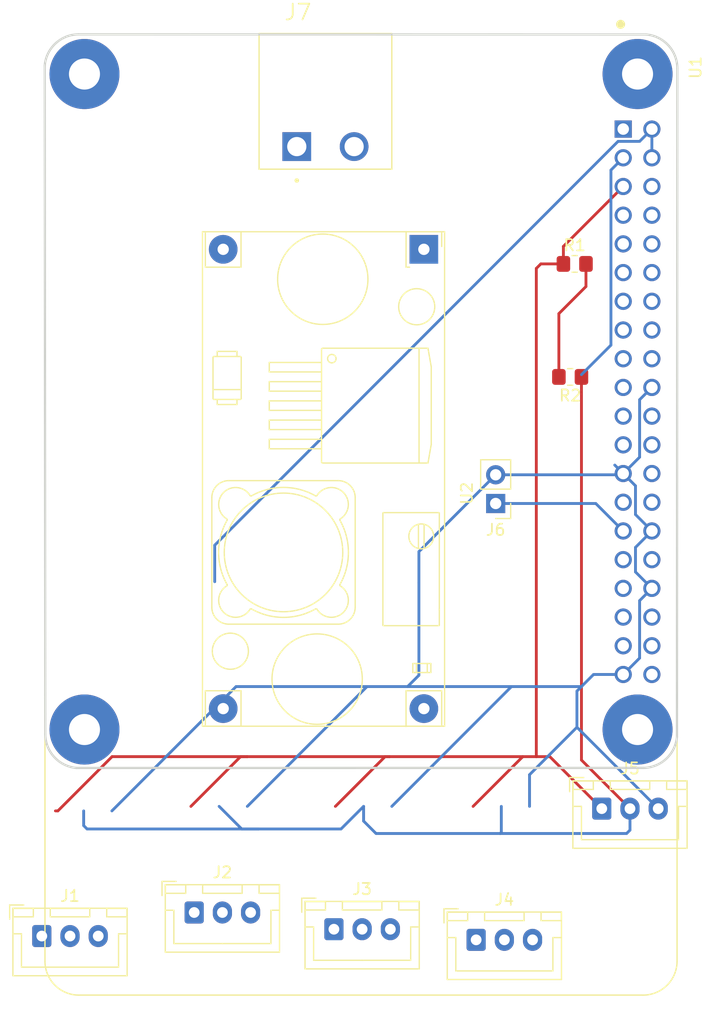
<source format=kicad_pcb>
(kicad_pcb (version 20221018) (generator pcbnew)
  (layers (0 "F.Cu" signal) (31 "B.Cu" signal) (34 "B.Paste" user) (35 "F.Paste" user) (36 "B.SilkS" user "B.Silkscreen") (37 "F.SilkS" user "F.Silkscreen") (38 "B.Mask" user) (39 "F.Mask" user) (44 "Edge.Cuts" user))
  (net 0 "")
  (net 1 "/I2C_CLK")
  (net 2 "/I2C_SDA")
  (net 3 "GND")
  (net 4 "Net-(J7-Pin_1)")
  (net 5 "Net-(J7-Pin_2)")
  (net 23 "Net-(J6-Pin_1)")
  (net 32 "Net-(U2-Vout)")
  (net 34 "+3.3V")
  (footprint "Resistor_SMD:R_0805_2012Metric_Pad1.20x1.40mm_HandSolder" (layer "F.Cu") (at 153.2 48.8)
    (fp_text reference "R1" (at 0 -1.65) (layer "F.SilkS"))
    (fp_text value "R")
    (fp_line (start -0.227064 -0.735) (end 0.227064 -0.735) (stroke (width 0.12)) (layer "F.SilkS"))
    (fp_line (start -0.227064 0.735) (end 0.227064 0.735) (stroke (width 0.12)) (layer "F.SilkS"))
    (pad "1" smd roundrect (at -1 0) (size 1.2 1.4) (layers "F.Cu" "F.Paste" "F.Mask") (roundrect_rratio 0.208333) (net 1 "/I2C_CLK"))
    (pad "2" smd roundrect (at 1 0) (size 1.2 1.4) (layers "F.Cu" "F.Paste" "F.Mask") (roundrect_rratio 0.208333) (net 34 "+3.3V"))
  )
  (footprint "Connector_JST:JST_XH_B3B-XH-A_1x03_P2.50mm_Vertical" (layer "F.Cu") (at 155.6 97)
    (fp_text reference "J5" (at 2.5 -3.55) (layer "F.SilkS"))
    (fp_text value "Conn_01x03")
    (fp_line (start -2.85 -2.75) (end -2.85 -1.5) (stroke (width 0.12)) (layer "F.SilkS"))
    (fp_line (start -2.56 -2.46) (end -2.56 3.51) (stroke (width 0.12)) (layer "F.SilkS"))
    (fp_line (start -2.56 3.51) (end 7.56 3.51) (stroke (width 0.12)) (layer "F.SilkS"))
    (fp_line (start -2.55 -2.45) (end -2.55 -1.7) (stroke (width 0.12)) (layer "F.SilkS"))
    (fp_line (start -2.55 -1.7) (end -0.75 -1.7) (stroke (width 0.12)) (layer "F.SilkS"))
    (fp_line (start -2.55 -0.2) (end -1.8 -0.2) (stroke (width 0.12)) (layer "F.SilkS"))
    (fp_line (start -1.8 -0.2) (end -1.8 2.75) (stroke (width 0.12)) (layer "F.SilkS"))
    (fp_line (start -1.8 2.75) (end 2.5 2.75) (stroke (width 0.12)) (layer "F.SilkS"))
    (fp_line (start -1.6 -2.75) (end -2.85 -2.75) (stroke (width 0.12)) (layer "F.SilkS"))
    (fp_line (start -0.75 -2.45) (end -2.55 -2.45) (stroke (width 0.12)) (layer "F.SilkS"))
    (fp_line (start -0.75 -1.7) (end -0.75 -2.45) (stroke (width 0.12)) (layer "F.SilkS"))
    (fp_line (start 0.75 -2.45) (end 0.75 -1.7) (stroke (width 0.12)) (layer "F.SilkS"))
    (fp_line (start 0.75 -1.7) (end 4.25 -1.7) (stroke (width 0.12)) (layer "F.SilkS"))
    (fp_line (start 4.25 -2.45) (end 0.75 -2.45) (stroke (width 0.12)) (layer "F.SilkS"))
    (fp_line (start 4.25 -1.7) (end 4.25 -2.45) (stroke (width 0.12)) (layer "F.SilkS"))
    (fp_line (start 5.75 -2.45) (end 5.75 -1.7) (stroke (width 0.12)) (layer "F.SilkS"))
    (fp_line (start 5.75 -1.7) (end 7.55 -1.7) (stroke (width 0.12)) (layer "F.SilkS"))
    (fp_line (start 6.8 -0.2) (end 6.8 2.75) (stroke (width 0.12)) (layer "F.SilkS"))
    (fp_line (start 6.8 2.75) (end 2.5 2.75) (stroke (width 0.12)) (layer "F.SilkS"))
    (fp_line (start 7.55 -2.45) (end 5.75 -2.45) (stroke (width 0.12)) (layer "F.SilkS"))
    (fp_line (start 7.55 -1.7) (end 7.55 -2.45) (stroke (width 0.12)) (layer "F.SilkS"))
    (fp_line (start 7.55 -0.2) (end 6.8 -0.2) (stroke (width 0.12)) (layer "F.SilkS"))
    (fp_line (start 7.56 -2.46) (end -2.56 -2.46) (stroke (width 0.12)) (layer "F.SilkS"))
    (fp_line (start 7.56 3.51) (end 7.56 -2.46) (stroke (width 0.12)) (layer "F.SilkS"))
    (pad "1" thru_hole roundrect (at 0 0) (size 1.7 1.95) (drill 0.95) (layers "*.Cu" "*.Mask") (roundrect_rratio 0.147059) (net 1 "/I2C_CLK"))
    (pad "2" thru_hole oval (at 2.5 0) (size 1.7 1.95) (drill 0.95) (layers "*.Cu" "*.Mask") (net 2 "/I2C_SDA"))
    (pad "3" thru_hole oval (at 5 0) (size 1.7 1.95) (drill 0.95) (layers "*.Cu" "*.Mask") (net 3 "GND"))
  )
  (footprint "emprient2:YAAJ_DCDC_StepDown_LM2596" (layer "F.Cu") (at 139.84 47.51 -90)
    (fp_text reference "U2" (at 21.59 -3.81 90) (layer "F.SilkS"))
    (fp_text value "YAAJ_DCDC_StepDown_LM2596")
    (fp_line (start -1.555 -1.835) (end -1.555 19.615) (stroke (width 0.12)) (layer "F.SilkS"))
    (fp_line (start -1.555 19.615) (end 42.195 19.615) (stroke (width 0.12)) (layer "F.SilkS"))
    (fp_line (start -1.55 -1.58) (end -0.25 -1.58) (stroke (width 0.12)) (layer "F.SilkS"))
    (fp_line (start -1.55 1.575) (end 1.58 1.58) (stroke (width 0.12)) (layer "F.SilkS"))
    (fp_line (start -1.55 16.2) (end 1.58 16.2) (stroke (width 0.12)) (layer "F.SilkS"))
    (fp_line (start -1.55 19.36) (end 1.58 19.36) (stroke (width 0.12)) (layer "F.SilkS"))
    (fp_line (start 1.58 1.27) (end 1.58 1.58) (stroke (width 0.12)) (layer "F.SilkS"))
    (fp_line (start 1.58 16.2) (end 1.58 19.36) (stroke (width 0.12)) (layer "F.SilkS"))
    (fp_line (start 8.749233 1.004149) (end 8.749233 1.165687) (stroke (width 0.12)) (layer "F.SilkS"))
    (fp_line (start 8.750233 -0.36239) (end 10.400233 -0.653329) (stroke (width 0.12)) (layer "F.SilkS"))
    (fp_line (start 8.750233 8.989106) (end 8.750233 -0.36239) (stroke (width 0.12)) (layer "F.SilkS"))
    (fp_line (start 8.750233 8.989106) (end 8.827797 9.06667) (stroke (width 0.12)) (layer "F.SilkS"))
    (fp_line (start 8.827797 9.06667) (end 18.83267 9.06667) (stroke (width 0.12)) (layer "F.SilkS"))
    (fp_line (start 9.031636 16.558217) (end 9.481636 16.558217) (stroke (width 0.12)) (layer "F.SilkS"))
    (fp_line (start 9.031636 18.308217) (end 9.031636 16.558217) (stroke (width 0.12)) (layer "F.SilkS"))
    (fp_line (start 9.481636 18.308217) (end 9.031636 18.308217) (stroke (width 0.12)) (layer "F.SilkS"))
    (fp_line (start 9.481636 18.583217) (end 9.481636 16.283217) (stroke (width 0.12)) (layer "F.SilkS"))
    (fp_line (start 9.581636 16.183217) (end 13.181636 16.183217) (stroke (width 0.12)) (layer "F.SilkS"))
    (fp_line (start 10.010233 13.69667) (end 10.010233 9.06667) (stroke (width 0.12)) (layer "F.SilkS"))
    (fp_line (start 10.010233 13.69667) (end 10.850233 13.69667) (stroke (width 0.12)) (layer "F.SilkS"))
    (fp_line (start 10.400233 -0.653329) (end 17.260233 -0.653329) (stroke (width 0.12)) (layer "F.SilkS"))
    (fp_line (start 10.850233 13.69667) (end 10.850233 9.06667) (stroke (width 0.12)) (layer "F.SilkS"))
    (fp_line (start 11.710233 13.69667) (end 11.710233 9.06667) (stroke (width 0.12)) (layer "F.SilkS"))
    (fp_line (start 11.710233 13.69667) (end 12.550233 13.69667) (stroke (width 0.12)) (layer "F.SilkS"))
    (fp_line (start 12.411358 16.283217) (end 12.411358 18.583217) (stroke (width 0.12)) (layer "F.SilkS"))
    (fp_line (start 12.550233 13.69667) (end 12.550233 9.06667) (stroke (width 0.12)) (layer "F.SilkS"))
    (fp_line (start 13.181636 18.683217) (end 9.581636 18.683217) (stroke (width 0.12)) (layer "F.SilkS"))
    (fp_line (start 13.281636 16.283217) (end 13.281636 18.583217) (stroke (width 0.12)) (layer "F.SilkS"))
    (fp_line (start 13.281636 16.558217) (end 13.731636 16.558217) (stroke (width 0.12)) (layer "F.SilkS"))
    (fp_line (start 13.282636 16.794696) (end 13.282636 16.700144) (stroke (width 0.12)) (layer "F.SilkS"))
    (fp_line (start 13.410233 13.69667) (end 13.410233 9.06667) (stroke (width 0.12)) (layer "F.SilkS"))
    (fp_line (start 13.410233 13.69667) (end 14.250233 13.69667) (stroke (width 0.12)) (layer "F.SilkS"))
    (fp_line (start 13.731636 16.558217) (end 13.731636 18.308217) (stroke (width 0.12)) (layer "F.SilkS"))
    (fp_line (start 13.731636 18.308217) (end 13.281636 18.308217) (stroke (width 0.12)) (layer "F.SilkS"))
    (fp_line (start 14.250233 13.69667) (end 14.250233 9.06667) (stroke (width 0.12)) (layer "F.SilkS"))
    (fp_line (start 15.110233 13.69667) (end 15.110233 9.06667) (stroke (width 0.12)) (layer "F.SilkS"))
    (fp_line (start 15.110233 13.69667) (end 15.950233 13.69667) (stroke (width 0.12)) (layer "F.SilkS"))
    (fp_line (start 15.950233 13.69667) (end 15.950233 9.06667) (stroke (width 0.12)) (layer "F.SilkS"))
    (fp_line (start 16.810233 13.69667) (end 16.810233 9.06667) (stroke (width 0.12)) (layer "F.SilkS"))
    (fp_line (start 16.810233 13.69667) (end 17.650233 13.69667) (stroke (width 0.12)) (layer "F.SilkS"))
    (fp_line (start 17.260233 -0.653329) (end 18.910233 -0.36239) (stroke (width 0.12)) (layer "F.SilkS"))
    (fp_line (start 17.650233 13.69667) (end 17.650233 9.06667) (stroke (width 0.12)) (layer "F.SilkS"))
    (fp_line (start 18.83267 9.06667) (end 18.910233 8.989106) (stroke (width 0.12)) (layer "F.SilkS"))
    (fp_line (start 18.910233 0.42667) (end 8.750233 0.42667) (stroke (width 0.12)) (layer "F.SilkS"))
    (fp_line (start 18.910233 8.989106) (end 18.910233 -0.36239) (stroke (width 0.12)) (layer "F.SilkS"))
    (fp_line (start 20.467397 7.585796) (end 20.467397 17.285796) (stroke (width 0.12)) (layer "F.SilkS"))
    (fp_line (start 21.967397 18.785796) (end 31.667397 18.785796) (stroke (width 0.12)) (layer "F.SilkS"))
    (fp_line (start 23.299783 3.582294) (end 23.299783 -1.317705) (stroke (width 0.12)) (layer "F.SilkS"))
    (fp_line (start 23.349783 -1.367705) (end 33.249783 -1.367705) (stroke (width 0.12)) (layer "F.SilkS"))
    (fp_line (start 24.336385 -0.0491) (end 24.360553 -0.017705) (stroke (width 0.12)) (layer "F.SilkS"))
    (fp_line (start 24.348594 0.007294) (end 24.324147 0.002062) (stroke (width 0.12)) (layer "F.SilkS"))
    (fp_line (start 24.348594 0.007294) (end 24.355764 -0.023925) (stroke (width 0.12)) (layer "F.SilkS"))
    (fp_line (start 24.348594 0.007294) (end 24.360553 -0.017705) (stroke (width 0.12)) (layer "F.SilkS"))
    (fp_line (start 24.360553 0.482294) (end 26.439014 0.482294) (stroke (width 0.12)) (layer "F.SilkS"))
    (fp_line (start 26.439014 -0.017705) (end 24.360553 -0.017705) (stroke (width 0.12)) (layer "F.SilkS"))
    (fp_line (start 31.667397 6.085796) (end 21.967397 6.085796) (stroke (width 0.12)) (layer "F.SilkS"))
    (fp_line (start 31.858978 -1.368705) (end 31.814106 -1.368705) (stroke (width 0.12)) (layer "F.SilkS"))
    (fp_line (start 31.942312 -1.368705) (end 31.908357 -1.368705) (stroke (width 0.12)) (layer "F.SilkS"))
    (fp_line (start 33.167397 17.285796) (end 33.167397 7.585796) (stroke (width 0.12)) (layer "F.SilkS"))
    (fp_line (start 33.249783 3.632294) (end 23.349783 3.632294) (stroke (width 0.12)) (layer "F.SilkS"))
    (fp_line (start 33.299783 -1.317705) (end 33.299783 3.582294) (stroke (width 0.12)) (layer "F.SilkS"))
    (fp_line (start 36.648681 -0.299704) (end 37.448681 -0.299704) (stroke (width 0.12)) (layer "F.SilkS"))
    (fp_line (start 36.648681 0.980295) (end 36.648681 -0.619704) (stroke (width 0.12)) (layer "F.SilkS"))
    (fp_line (start 37.448681 -0.619704) (end 36.648681 -0.619704) (stroke (width 0.12)) (layer "F.SilkS"))
    (fp_line (start 37.448681 -0.619704) (end 37.448681 0.980295) (stroke (width 0.12)) (layer "F.SilkS"))
    (fp_line (start 37.448681 0.660295) (end 36.648681 0.660295) (stroke (width 0.12)) (layer "F.SilkS"))
    (fp_line (start 37.448681 0.980295) (end 36.648681 0.980295) (stroke (width 0.12)) (layer "F.SilkS"))
    (fp_line (start 39.06 -1.58) (end 42.175 -1.58) (stroke (width 0.12)) (layer "F.SilkS"))
    (fp_line (start 39.06 1.58) (end 39.06 -1.58) (stroke (width 0.12)) (layer "F.SilkS"))
    (fp_line (start 39.06 1.58) (end 42.22 1.58) (stroke (width 0.12)) (layer "F.SilkS"))
    (fp_line (start 39.06 16.2) (end 42.175 16.2) (stroke (width 0.12)) (layer "F.SilkS"))
    (fp_line (start 39.06 19.36) (end 39.06 16.2) (stroke (width 0.12)) (layer "F.SilkS"))
    (fp_line (start 39.06 19.36) (end 42.175 19.36) (stroke (width 0.12)) (layer "F.SilkS"))
    (fp_line (start 42.195 -1.835) (end -1.555 -1.835) (stroke (width 0.12)) (layer "F.SilkS"))
    (fp_line (start 42.195 19.615) (end 42.195 -1.835) (stroke (width 0.12)) (layer "F.SilkS"))
    (fp_arc (start 9.481636 16.283217) (mid 9.510921 16.212508) (end 9.581636 16.183217) (stroke (width 0.12)) (layer "F.SilkS"))
    (fp_arc (start 9.581636 18.683217) (mid 9.510896 18.653941) (end 9.481636 18.583217) (stroke (width 0.12)) (layer "F.SilkS"))
    (fp_arc (start 13.181636 16.183217) (mid 13.252317 16.21252) (end 13.281636 16.283217) (stroke (width 0.12)) (layer "F.SilkS"))
    (fp_arc (start 13.281636 18.583217) (mid 13.252343 18.653929) (end 13.181636 18.683217) (stroke (width 0.12)) (layer "F.SilkS"))
    (fp_arc (start 20.467397 7.585796) (mid 20.906738 6.525137) (end 21.967397 6.085796) (stroke (width 0.12)) (layer "F.SilkS"))
    (fp_arc (start 21.781131 9.46601) (mid 21.825179 9.52623) (end 21.815218 9.600183) (stroke (width 0.12)) (layer "F.SilkS"))
    (fp_arc (start 21.781132 9.466011) (mid 21.514101 7.132501) (end 23.847611 7.399531) (stroke (width 0.12)) (layer "F.SilkS"))
    (fp_arc (start 21.815217 15.271409) (mid 21.825126 15.345337) (end 21.781132 15.405582) (stroke (width 0.12)) (layer "F.SilkS"))
    (fp_arc (start 21.815218 15.27141) (mid 21.067399 12.435797) (end 21.815218 9.600183) (stroke (width 0.12)) (layer "F.SilkS"))
    (fp_arc (start 21.967397 18.785796) (mid 20.90674 18.346455) (end 20.467397 17.285796) (stroke (width 0.12)) (layer "F.SilkS"))
    (fp_arc (start 23.299783 -1.317705) (mid 23.314428 -1.353063) (end 23.349783 -1.367705) (stroke (width 0.12)) (layer "F.SilkS"))
    (fp_arc (start 23.349783 3.632294) (mid 23.314441 3.617643) (end 23.299783 3.582294) (stroke (width 0.12)) (layer "F.SilkS"))
    (fp_arc (start 23.847611 17.472062) (mid 21.514153 17.739048) (end 21.781132 15.405582) (stroke (width 0.12)) (layer "F.SilkS"))
    (fp_arc (start 23.847611 17.472062) (mid 23.90785 17.428041) (end 23.981783 17.437976) (stroke (width 0.12)) (layer "F.SilkS"))
    (fp_arc (start 23.981783 7.433617) (mid 23.907854 7.443509) (end 23.847611 7.399531) (stroke (width 0.12)) (layer "F.SilkS"))
    (fp_arc (start 23.981784 7.433617) (mid 26.817398 6.685796) (end 29.653011 7.433617) (stroke (width 0.12)) (layer "F.SilkS"))
    (fp_arc (start 24.324148 0.462527) (mid 26.469639 -0.023582) (end 24.336385 0.51369) (stroke (width 0.12)) (layer "F.SilkS"))
    (fp_arc (start 29.653011 17.437976) (mid 26.817397 18.185797) (end 23.981783 17.437976) (stroke (width 0.12)) (layer "F.SilkS"))
    (fp_arc (start 29.653011 17.437976) (mid 29.726938 17.428069) (end 29.787183 17.472062) (stroke (width 0.12)) (layer "F.SilkS"))
    (fp_arc (start 29.787183 7.399531) (mid 29.726945 7.443551) (end 29.653011 7.433617) (stroke (width 0.12)) (layer "F.SilkS"))
    (fp_arc (start 29.787183 7.399531) (mid 32.120655 7.132547) (end 31.853662 9.466011) (stroke (width 0.12)) (layer "F.SilkS"))
    (fp_arc (start 31.667397 6.085796) (mid 32.728061 6.525135) (end 33.167397 7.585796) (stroke (width 0.12)) (layer "F.SilkS"))
    (fp_arc (start 31.819576 9.600183) (mid 32.567399 12.435797) (end 31.819576 15.27141) (stroke (width 0.12)) (layer "F.SilkS"))
    (fp_arc (start 31.819577 9.600184) (mid 31.809685 9.526255) (end 31.853662 9.466011) (stroke (width 0.12)) (layer "F.SilkS"))
    (fp_arc (start 31.853662 15.405582) (mid 32.120701 17.739101) (end 29.787183 17.472062) (stroke (width 0.12)) (layer "F.SilkS"))
    (fp_arc (start 31.853663 15.405583) (mid 31.809646 15.345344) (end 31.819576 15.27141) (stroke (width 0.12)) (layer "F.SilkS"))
    (fp_arc (start 33.167397 17.285796) (mid 32.728058 18.346458) (end 31.667397 18.785796) (stroke (width 0.12)) (layer "F.SilkS"))
    (fp_arc (start 33.249783 -1.367705) (mid 33.285151 -1.353067) (end 33.299783 -1.317705) (stroke (width 0.12)) (layer "F.SilkS"))
    (fp_arc (start 33.299783 3.582294) (mid 33.285139 3.617647) (end 33.249783 3.632294) (stroke (width 0.12)) (layer "F.SilkS"))
    (fp_circle (center 2.646666 8.957418) (end 6.646666 8.957418) (stroke (width 0.12)) (fill none) (layer "F.SilkS"))
    (fp_circle (center 5.08 0.635) (end 6.678999 0.635) (stroke (width 0.12)) (fill none) (layer "F.SilkS"))
    (fp_circle (center 9.673179 8.154594) (end 10.048179 8.154594) (stroke (width 0.12)) (fill none) (layer "F.SilkS"))
    (fp_circle (center 26.817397 12.435796) (end 32.067397 12.435796) (stroke (width 0.12)) (fill none) (layer "F.SilkS"))
    (fp_circle (center 35.56 17.145) (end 37.159 17.145) (stroke (width 0.12)) (fill none) (layer "F.SilkS"))
    (fp_circle (center 38.029307 9.455206) (end 42.029307 9.455206) (stroke (width 0.12)) (fill none) (layer "F.SilkS"))
    (pad "1" thru_hole rect (at 0 0 270) (size 2.54 2.54) (drill 1) (layers "*.Cu" "*.Mask") (net 4 "Net-(J7-Pin_1)"))
    (pad "2" thru_hole circle (at 0 17.78 270) (size 2.54 2.54) (drill 1) (layers "*.Cu" "*.Mask") (net 5 "Net-(J7-Pin_2)"))
    (pad "3" thru_hole circle (at 40.64 17.78 270) (size 2.54 2.54) (drill 1) (layers "*.Cu" "*.Mask") (net 3 "GND"))
    (pad "4" thru_hole circle (at 40.64 0 270) (size 2.54 2.54) (drill 1) (layers "*.Cu" "*.Mask") (net 32 "Net-(U2-Vout)"))
  )
  (footprint "Connector_JST:JST_XH_B3B-XH-A_1x03_P2.50mm_Vertical" (layer "F.Cu") (at 119.49 106.19)
    (fp_text reference "J2" (at 2.5 -3.55) (layer "F.SilkS"))
    (fp_text value "Conn_01x03")
    (fp_line (start -2.85 -2.75) (end -2.85 -1.5) (stroke (width 0.12)) (layer "F.SilkS"))
    (fp_line (start -2.56 -2.46) (end -2.56 3.51) (stroke (width 0.12)) (layer "F.SilkS"))
    (fp_line (start -2.56 3.51) (end 7.56 3.51) (stroke (width 0.12)) (layer "F.SilkS"))
    (fp_line (start -2.55 -2.45) (end -2.55 -1.7) (stroke (width 0.12)) (layer "F.SilkS"))
    (fp_line (start -2.55 -1.7) (end -0.75 -1.7) (stroke (width 0.12)) (layer "F.SilkS"))
    (fp_line (start -2.55 -0.2) (end -1.8 -0.2) (stroke (width 0.12)) (layer "F.SilkS"))
    (fp_line (start -1.8 -0.2) (end -1.8 2.75) (stroke (width 0.12)) (layer "F.SilkS"))
    (fp_line (start -1.8 2.75) (end 2.5 2.75) (stroke (width 0.12)) (layer "F.SilkS"))
    (fp_line (start -1.6 -2.75) (end -2.85 -2.75) (stroke (width 0.12)) (layer "F.SilkS"))
    (fp_line (start -0.75 -2.45) (end -2.55 -2.45) (stroke (width 0.12)) (layer "F.SilkS"))
    (fp_line (start -0.75 -1.7) (end -0.75 -2.45) (stroke (width 0.12)) (layer "F.SilkS"))
    (fp_line (start 0.75 -2.45) (end 0.75 -1.7) (stroke (width 0.12)) (layer "F.SilkS"))
    (fp_line (start 0.75 -1.7) (end 4.25 -1.7) (stroke (width 0.12)) (layer "F.SilkS"))
    (fp_line (start 4.25 -2.45) (end 0.75 -2.45) (stroke (width 0.12)) (layer "F.SilkS"))
    (fp_line (start 4.25 -1.7) (end 4.25 -2.45) (stroke (width 0.12)) (layer "F.SilkS"))
    (fp_line (start 5.75 -2.45) (end 5.75 -1.7) (stroke (width 0.12)) (layer "F.SilkS"))
    (fp_line (start 5.75 -1.7) (end 7.55 -1.7) (stroke (width 0.12)) (layer "F.SilkS"))
    (fp_line (start 6.8 -0.2) (end 6.8 2.75) (stroke (width 0.12)) (layer "F.SilkS"))
    (fp_line (start 6.8 2.75) (end 2.5 2.75) (stroke (width 0.12)) (layer "F.SilkS"))
    (fp_line (start 7.55 -2.45) (end 5.75 -2.45) (stroke (width 0.12)) (layer "F.SilkS"))
    (fp_line (start 7.55 -1.7) (end 7.55 -2.45) (stroke (width 0.12)) (layer "F.SilkS"))
    (fp_line (start 7.55 -0.2) (end 6.8 -0.2) (stroke (width 0.12)) (layer "F.SilkS"))
    (fp_line (start 7.56 -2.46) (end -2.56 -2.46) (stroke (width 0.12)) (layer "F.SilkS"))
    (fp_line (start 7.56 3.51) (end 7.56 -2.46) (stroke (width 0.12)) (layer "F.SilkS"))
    (pad "1" thru_hole roundrect (at 0 0) (size 1.7 1.95) (drill 0.95) (layers "*.Cu" "*.Mask") (roundrect_rratio 0.147059) (net 1 "/I2C_CLK"))
    (pad "2" thru_hole oval (at 2.5 0) (size 1.7 1.95) (drill 0.95) (layers "*.Cu" "*.Mask") (net 2 "/I2C_SDA"))
    (pad "3" thru_hole oval (at 5 0) (size 1.7 1.95) (drill 0.95) (layers "*.Cu" "*.Mask") (net 3 "GND"))
  )
  (footprint "Resistor_SMD:R_0805_2012Metric_Pad1.20x1.40mm_HandSolder" (layer "F.Cu") (at 152.8 58.8 180)
    (fp_text reference "R2" (at 0 -1.65) (layer "F.SilkS"))
    (fp_text value "R")
    (fp_line (start -0.227064 -0.735) (end 0.227064 -0.735) (stroke (width 0.12)) (layer "F.SilkS"))
    (fp_line (start -0.227064 0.735) (end 0.227064 0.735) (stroke (width 0.12)) (layer "F.SilkS"))
    (pad "1" smd roundrect (at -1 0 180) (size 1.2 1.4) (layers "F.Cu" "F.Paste" "F.Mask") (roundrect_rratio 0.208333) (net 2 "/I2C_SDA"))
    (pad "2" smd roundrect (at 1 0 180) (size 1.2 1.4) (layers "F.Cu" "F.Paste" "F.Mask") (roundrect_rratio 0.208333) (net 34 "+3.3V"))
  )
  (footprint "Connector_JST:JST_XH_B3B-XH-A_1x03_P2.50mm_Vertical" (layer "F.Cu") (at 144.47 108.61)
    (fp_text reference "J4" (at 2.5 -3.55) (layer "F.SilkS"))
    (fp_text value "Conn_01x03")
    (fp_line (start -2.85 -2.75) (end -2.85 -1.5) (stroke (width 0.12)) (layer "F.SilkS"))
    (fp_line (start -2.56 -2.46) (end -2.56 3.51) (stroke (width 0.12)) (layer "F.SilkS"))
    (fp_line (start -2.56 3.51) (end 7.56 3.51) (stroke (width 0.12)) (layer "F.SilkS"))
    (fp_line (start -2.55 -2.45) (end -2.55 -1.7) (stroke (width 0.12)) (layer "F.SilkS"))
    (fp_line (start -2.55 -1.7) (end -0.75 -1.7) (stroke (width 0.12)) (layer "F.SilkS"))
    (fp_line (start -2.55 -0.2) (end -1.8 -0.2) (stroke (width 0.12)) (layer "F.SilkS"))
    (fp_line (start -1.8 -0.2) (end -1.8 2.75) (stroke (width 0.12)) (layer "F.SilkS"))
    (fp_line (start -1.8 2.75) (end 2.5 2.75) (stroke (width 0.12)) (layer "F.SilkS"))
    (fp_line (start -1.6 -2.75) (end -2.85 -2.75) (stroke (width 0.12)) (layer "F.SilkS"))
    (fp_line (start -0.75 -2.45) (end -2.55 -2.45) (stroke (width 0.12)) (layer "F.SilkS"))
    (fp_line (start -0.75 -1.7) (end -0.75 -2.45) (stroke (width 0.12)) (layer "F.SilkS"))
    (fp_line (start 0.75 -2.45) (end 0.75 -1.7) (stroke (width 0.12)) (layer "F.SilkS"))
    (fp_line (start 0.75 -1.7) (end 4.25 -1.7) (stroke (width 0.12)) (layer "F.SilkS"))
    (fp_line (start 4.25 -2.45) (end 0.75 -2.45) (stroke (width 0.12)) (layer "F.SilkS"))
    (fp_line (start 4.25 -1.7) (end 4.25 -2.45) (stroke (width 0.12)) (layer "F.SilkS"))
    (fp_line (start 5.75 -2.45) (end 5.75 -1.7) (stroke (width 0.12)) (layer "F.SilkS"))
    (fp_line (start 5.75 -1.7) (end 7.55 -1.7) (stroke (width 0.12)) (layer "F.SilkS"))
    (fp_line (start 6.8 -0.2) (end 6.8 2.75) (stroke (width 0.12)) (layer "F.SilkS"))
    (fp_line (start 6.8 2.75) (end 2.5 2.75) (stroke (width 0.12)) (layer "F.SilkS"))
    (fp_line (start 7.55 -2.45) (end 5.75 -2.45) (stroke (width 0.12)) (layer "F.SilkS"))
    (fp_line (start 7.55 -1.7) (end 7.55 -2.45) (stroke (width 0.12)) (layer "F.SilkS"))
    (fp_line (start 7.55 -0.2) (end 6.8 -0.2) (stroke (width 0.12)) (layer "F.SilkS"))
    (fp_line (start 7.56 -2.46) (end -2.56 -2.46) (stroke (width 0.12)) (layer "F.SilkS"))
    (fp_line (start 7.56 3.51) (end 7.56 -2.46) (stroke (width 0.12)) (layer "F.SilkS"))
    (pad "1" thru_hole roundrect (at 0 0) (size 1.7 1.95) (drill 0.95) (layers "*.Cu" "*.Mask") (roundrect_rratio 0.147059) (net 1 "/I2C_CLK"))
    (pad "2" thru_hole oval (at 2.5 0) (size 1.7 1.95) (drill 0.95) (layers "*.Cu" "*.Mask") (net 2 "/I2C_SDA"))
    (pad "3" thru_hole oval (at 5 0) (size 1.7 1.95) (drill 0.95) (layers "*.Cu" "*.Mask") (net 3 "GND"))
  )
  (footprint "Connector_JST:JST_XH_B3B-XH-A_1x03_P2.50mm_Vertical" (layer "F.Cu") (at 105.99 108.275)
    (fp_text reference "J1" (at 2.5 -3.55) (layer "F.SilkS"))
    (fp_text value "Conn_01x03")
    (fp_line (start -2.85 -2.75) (end -2.85 -1.5) (stroke (width 0.12)) (layer "F.SilkS"))
    (fp_line (start -2.56 -2.46) (end -2.56 3.51) (stroke (width 0.12)) (layer "F.SilkS"))
    (fp_line (start -2.56 3.51) (end 7.56 3.51) (stroke (width 0.12)) (layer "F.SilkS"))
    (fp_line (start -2.55 -2.45) (end -2.55 -1.7) (stroke (width 0.12)) (layer "F.SilkS"))
    (fp_line (start -2.55 -1.7) (end -0.75 -1.7) (stroke (width 0.12)) (layer "F.SilkS"))
    (fp_line (start -2.55 -0.2) (end -1.8 -0.2) (stroke (width 0.12)) (layer "F.SilkS"))
    (fp_line (start -1.8 -0.2) (end -1.8 2.75) (stroke (width 0.12)) (layer "F.SilkS"))
    (fp_line (start -1.8 2.75) (end 2.5 2.75) (stroke (width 0.12)) (layer "F.SilkS"))
    (fp_line (start -1.6 -2.75) (end -2.85 -2.75) (stroke (width 0.12)) (layer "F.SilkS"))
    (fp_line (start -0.75 -2.45) (end -2.55 -2.45) (stroke (width 0.12)) (layer "F.SilkS"))
    (fp_line (start -0.75 -1.7) (end -0.75 -2.45) (stroke (width 0.12)) (layer "F.SilkS"))
    (fp_line (start 0.75 -2.45) (end 0.75 -1.7) (stroke (width 0.12)) (layer "F.SilkS"))
    (fp_line (start 0.75 -1.7) (end 4.25 -1.7) (stroke (width 0.12)) (layer "F.SilkS"))
    (fp_line (start 4.25 -2.45) (end 0.75 -2.45) (stroke (width 0.12)) (layer "F.SilkS"))
    (fp_line (start 4.25 -1.7) (end 4.25 -2.45) (stroke (width 0.12)) (layer "F.SilkS"))
    (fp_line (start 5.75 -2.45) (end 5.75 -1.7) (stroke (width 0.12)) (layer "F.SilkS"))
    (fp_line (start 5.75 -1.7) (end 7.55 -1.7) (stroke (width 0.12)) (layer "F.SilkS"))
    (fp_line (start 6.8 -0.2) (end 6.8 2.75) (stroke (width 0.12)) (layer "F.SilkS"))
    (fp_line (start 6.8 2.75) (end 2.5 2.75) (stroke (width 0.12)) (layer "F.SilkS"))
    (fp_line (start 7.55 -2.45) (end 5.75 -2.45) (stroke (width 0.12)) (layer "F.SilkS"))
    (fp_line (start 7.55 -1.7) (end 7.55 -2.45) (stroke (width 0.12)) (layer "F.SilkS"))
    (fp_line (start 7.55 -0.2) (end 6.8 -0.2) (stroke (width 0.12)) (layer "F.SilkS"))
    (fp_line (start 7.56 -2.46) (end -2.56 -2.46) (stroke (width 0.12)) (layer "F.SilkS"))
    (fp_line (start 7.56 3.51) (end 7.56 -2.46) (stroke (width 0.12)) (layer "F.SilkS"))
    (pad "1" thru_hole roundrect (at 0 0) (size 1.7 1.95) (drill 0.95) (layers "*.Cu" "*.Mask") (roundrect_rratio 0.147059) (net 1 "/I2C_CLK"))
    (pad "2" thru_hole oval (at 2.5 0) (size 1.7 1.95) (drill 0.95) (layers "*.Cu" "*.Mask") (net 2 "/I2C_SDA"))
    (pad "3" thru_hole oval (at 5 0) (size 1.7 1.95) (drill 0.95) (layers "*.Cu" "*.Mask") (net 3 "GND"))
  )
  (footprint "emprient:MODULE_RASPBERRY_PI_3_MODEL_B_" (layer "F.Cu") (at 134.27 71 -90)
    (fp_text reference "U1" (at -39.575 -29.635 90) (layer "F.SilkS"))
    (fp_text value "RASPBERRY_PI_3_MODEL_B_")
    (fp_line (start -42.5 -25) (end -42.5 25) (stroke (width 0.127)) (layer "F.SilkS"))
    (fp_line (start -39.5 28) (end 39.5 28) (stroke (width 0.127)) (layer "F.SilkS"))
    (fp_line (start 39.5 -28) (end -39.5 -28) (stroke (width 0.127)) (layer "F.SilkS"))
    (fp_line (start 42.5 25) (end 42.5 -25) (stroke (width 0.127)) (layer "F.SilkS"))
    (fp_arc (start -42.5 -25) (mid -41.62132 -27.12132) (end -39.5 -28) (stroke (width 0.127)) (layer "F.SilkS"))
    (fp_arc (start -39.5 28) (mid -41.62132 27.12132) (end -42.5 25) (stroke (width 0.127)) (layer "F.SilkS"))
    (fp_arc (start 39.5 -28) (mid 41.62132 -27.12132) (end 42.5 -25) (stroke (width 0.127)) (layer "F.SilkS"))
    (fp_arc (start 42.5 25) (mid 41.62132 27.12132) (end 39.5 28) (stroke (width 0.127)) (layer "F.SilkS"))
    (fp_circle (center -43.4 -23) (end -43.2 -23) (stroke (width 0.4)) (fill none) (layer "F.SilkS"))
    (pad "1" thru_hole rect (at -34.13 -23.23 270) (size 1.524 1.524) (drill 1.016) (layers "*.Cu" "*.Mask") (net 34 "+3.3V"))
    (pad "2" thru_hole circle (at -34.13 -25.77 270) (size 1.524 1.524) (drill 1.016) (layers "*.Cu" "*.Mask") (net 32 "Net-(U2-Vout)"))
    (pad "3" thru_hole circle (at -31.59 -23.23 270) (size 1.524 1.524) (drill 1.016) (layers "*.Cu" "*.Mask") (net 2 "/I2C_SDA"))
    (pad "4" thru_hole circle (at -31.59 -25.77 270) (size 1.524 1.524) (drill 1.016) (layers "*.Cu" "*.Mask") (net 32 "Net-(U2-Vout)"))
    (pad "5" thru_hole circle (at -29.05 -23.23 270) (size 1.524 1.524) (drill 1.016) (layers "*.Cu" "*.Mask") (net 1 "/I2C_CLK"))
    (pad "6" thru_hole circle (at -29.05 -25.77 270) (size 1.524 1.524) (drill 1.016) (layers "*.Cu" "*.Mask") (net 3 "GND"))
    (pad "7" thru_hole circle (at -26.51 -23.23 270) (size 1.524 1.524) (drill 1.016) (layers "*.Cu" "*.Mask"))
    (pad "8" thru_hole circle (at -26.51 -25.77 270) (size 1.524 1.524) (drill 1.016) (layers "*.Cu" "*.Mask"))
    (pad "9" thru_hole circle (at -23.97 -23.23 270) (size 1.524 1.524) (drill 1.016) (layers "*.Cu" "*.Mask") (net 3 "GND"))
    (pad "10" thru_hole circle (at -23.97 -25.77 270) (size 1.524 1.524) (drill 1.016) (layers "*.Cu" "*.Mask"))
    (pad "11" thru_hole circle (at -21.43 -23.23 270) (size 1.524 1.524) (drill 1.016) (layers "*.Cu" "*.Mask"))
    (pad "12" thru_hole circle (at -21.43 -25.77 270) (size 1.524 1.524) (drill 1.016) (layers "*.Cu" "*.Mask"))
    (pad "13" thru_hole circle (at -18.89 -23.23 270) (size 1.524 1.524) (drill 1.016) (layers "*.Cu" "*.Mask"))
    (pad "14" thru_hole circle (at -18.89 -25.77 270) (size 1.524 1.524) (drill 1.016) (layers "*.Cu" "*.Mask") (net 3 "GND"))
    (pad "15" thru_hole circle (at -16.35 -23.23 270) (size 1.524 1.524) (drill 1.016) (layers "*.Cu" "*.Mask"))
    (pad "16" thru_hole circle (at -16.35 -25.77 270) (size 1.524 1.524) (drill 1.016) (layers "*.Cu" "*.Mask"))
    (pad "17" thru_hole circle (at -13.81 -23.23 270) (size 1.524 1.524) (drill 1.016) (layers "*.Cu" "*.Mask") (net 34 "+3.3V"))
    (pad "18" thru_hole circle (at -13.81 -25.77 270) (size 1.524 1.524) (drill 1.016) (layers "*.Cu" "*.Mask"))
    (pad "19" thru_hole circle (at -11.27 -23.23 270) (size 1.524 1.524) (drill 1.016) (layers "*.Cu" "*.Mask"))
    (pad "20" thru_hole circle (at -11.27 -25.77 270) (size 1.524 1.524) (drill 1.016) (layers "*.Cu" "*.Mask") (net 3 "GND"))
    (pad "21" thru_hole circle (at -8.73 -23.23 270) (size 1.524 1.524) (drill 1.016) (layers "*.Cu" "*.Mask"))
    (pad "22" thru_hole circle (at -8.73 -25.77 270) (size 1.524 1.524) (drill 1.016) (layers "*.Cu" "*.Mask"))
    (pad "23" thru_hole circle (at -6.19 -23.23 270) (size 1.524 1.524) (drill 1.016) (layers "*.Cu" "*.Mask"))
    (pad "24" thru_hole circle (at -6.19 -25.77 270) (size 1.524 1.524) (drill 1.016) (layers "*.Cu" "*.Mask"))
    (pad "25" thru_hole circle (at -3.65 -23.23 270) (size 1.524 1.524) (drill 1.016) (layers "*.Cu" "*.Mask") (net 3 "GND"))
    (pad "26" thru_hole circle (at -3.65 -25.77 270) (size 1.524 1.524) (drill 1.016) (layers "*.Cu" "*.Mask"))
    (pad "27" thru_hole circle (at -1.11 -23.23 270) (size 1.524 1.524) (drill 1.016) (layers "*.Cu" "*.Mask"))
    (pad "28" thru_hole circle (at -1.11 -25.77 270) (size 1.524 1.524) (drill 1.016) (layers "*.Cu" "*.Mask"))
    (pad "29" thru_hole circle (at 1.43 -23.23 270) (size 1.524 1.524) (drill 1.016) (layers "*.Cu" "*.Mask") (net 23 "Net-(J6-Pin_1)"))
    (pad "30" thru_hole circle (at 1.43 -25.77 270) (size 1.524 1.524) (drill 1.016) (layers "*.Cu" "*.Mask") (net 3 "GND"))
    (pad "31" thru_hole circle (at 3.97 -23.23 270) (size 1.524 1.524) (drill 1.016) (layers "*.Cu" "*.Mask"))
    (pad "32" thru_hole circle (at 3.97 -25.77 270) (size 1.524 1.524) (drill 1.016) (layers "*.Cu" "*.Mask"))
    (pad "33" thru_hole circle (at 6.51 -23.23 270) (size 1.524 1.524) (drill 1.016) (layers "*.Cu" "*.Mask"))
    (pad "34" thru_hole circle (at 6.51 -25.77 270) (size 1.524 1.524) (drill 1.016) (layers "*.Cu" "*.Mask") (net 3 "GND"))
    (pad "35" thru_hole circle (at 9.05 -23.23 270) (size 1.524 1.524) (drill 1.016) (layers "*.Cu" "*.Mask"))
    (pad "36" thru_hole circle (at 9.05 -25.77 270) (size 1.524 1.524) (drill 1.016) (layers "*.Cu" "*.Mask"))
    (pad "37" thru_hole circle (at 11.59 -23.23 270) (size 1.524 1.524) (drill 1.016) (layers "*.Cu" "*.Mask"))
    (pad "38" thru_hole circle (at 11.59 -25.77 270) (size 1.524 1.524) (drill 1.016) (layers "*.Cu" "*.Mask"))
    (pad "39" thru_hole circle (at 14.13 -23.23 270) (size 1.524 1.524) (drill 1.016) (layers "*.Cu" "*.Mask") (net 3 "GND"))
    (pad "40" thru_hole circle (at 14.13 -25.77 270) (size 1.524 1.524) (drill 1.016) (layers "*.Cu" "*.Mask"))
    (pad "S1" thru_hole circle (at -39 -24.5 270) (size 6.2 6.2) (drill 2.75) (layers "*.Cu" "*.Mask"))
    (pad "S2" thru_hole circle (at 19 -24.5 270) (size 6.2 6.2) (drill 2.75) (layers "*.Cu" "*.Mask"))
    (pad "S3" thru_hole circle (at 19 24.5 270) (size 6.2 6.2) (drill 2.75) (layers "*.Cu" "*.Mask"))
    (pad "S4" thru_hole circle (at -39 24.5 270) (size 6.2 6.2) (drill 2.75) (layers "*.Cu" "*.Mask"))
  )
  (footprint "Connector_JST:JST_XH_B3B-XH-A_1x03_P2.50mm_Vertical" (layer "F.Cu") (at 131.87 107.67)
    (fp_text reference "J3" (at 2.5 -3.55) (layer "F.SilkS"))
    (fp_text value "Conn_01x03")
    (fp_line (start -2.85 -2.75) (end -2.85 -1.5) (stroke (width 0.12)) (layer "F.SilkS"))
    (fp_line (start -2.56 -2.46) (end -2.56 3.51) (stroke (width 0.12)) (layer "F.SilkS"))
    (fp_line (start -2.56 3.51) (end 7.56 3.51) (stroke (width 0.12)) (layer "F.SilkS"))
    (fp_line (start -2.55 -2.45) (end -2.55 -1.7) (stroke (width 0.12)) (layer "F.SilkS"))
    (fp_line (start -2.55 -1.7) (end -0.75 -1.7) (stroke (width 0.12)) (layer "F.SilkS"))
    (fp_line (start -2.55 -0.2) (end -1.8 -0.2) (stroke (width 0.12)) (layer "F.SilkS"))
    (fp_line (start -1.8 -0.2) (end -1.8 2.75) (stroke (width 0.12)) (layer "F.SilkS"))
    (fp_line (start -1.8 2.75) (end 2.5 2.75) (stroke (width 0.12)) (layer "F.SilkS"))
    (fp_line (start -1.6 -2.75) (end -2.85 -2.75) (stroke (width 0.12)) (layer "F.SilkS"))
    (fp_line (start -0.75 -2.45) (end -2.55 -2.45) (stroke (width 0.12)) (layer "F.SilkS"))
    (fp_line (start -0.75 -1.7) (end -0.75 -2.45) (stroke (width 0.12)) (layer "F.SilkS"))
    (fp_line (start 0.75 -2.45) (end 0.75 -1.7) (stroke (width 0.12)) (layer "F.SilkS"))
    (fp_line (start 0.75 -1.7) (end 4.25 -1.7) (stroke (width 0.12)) (layer "F.SilkS"))
    (fp_line (start 4.25 -2.45) (end 0.75 -2.45) (stroke (width 0.12)) (layer "F.SilkS"))
    (fp_line (start 4.25 -1.7) (end 4.25 -2.45) (stroke (width 0.12)) (layer "F.SilkS"))
    (fp_line (start 5.75 -2.45) (end 5.75 -1.7) (stroke (width 0.12)) (layer "F.SilkS"))
    (fp_line (start 5.75 -1.7) (end 7.55 -1.7) (stroke (width 0.12)) (layer "F.SilkS"))
    (fp_line (start 6.8 -0.2) (end 6.8 2.75) (stroke (width 0.12)) (layer "F.SilkS"))
    (fp_line (start 6.8 2.75) (end 2.5 2.75) (stroke (width 0.12)) (layer "F.SilkS"))
    (fp_line (start 7.55 -2.45) (end 5.75 -2.45) (stroke (width 0.12)) (layer "F.SilkS"))
    (fp_line (start 7.55 -1.7) (end 7.55 -2.45) (stroke (width 0.12)) (layer "F.SilkS"))
    (fp_line (start 7.55 -0.2) (end 6.8 -0.2) (stroke (width 0.12)) (layer "F.SilkS"))
    (fp_line (start 7.56 -2.46) (end -2.56 -2.46) (stroke (width 0.12)) (layer "F.SilkS"))
    (fp_line (start 7.56 3.51) (end 7.56 -2.46) (stroke (width 0.12)) (layer "F.SilkS"))
    (pad "1" thru_hole roundrect (at 0 0) (size 1.7 1.95) (drill 0.95) (layers "*.Cu" "*.Mask") (roundrect_rratio 0.147059) (net 1 "/I2C_CLK"))
    (pad "2" thru_hole oval (at 2.5 0) (size 1.7 1.95) (drill 0.95) (layers "*.Cu" "*.Mask") (net 2 "/I2C_SDA"))
    (pad "3" thru_hole oval (at 5 0) (size 1.7 1.95) (drill 0.95) (layers "*.Cu" "*.Mask") (net 3 "GND"))
  )
  (footprint "Connector_PinHeader_2.54mm:PinHeader_1x02_P2.54mm_Vertical" (layer "F.Cu") (at 146.2 70 180)
    (fp_text reference "J6" (at 0 -2.33) (layer "F.SilkS"))
    (fp_text value "Conn_01x02_Socket")
    (fp_line (start -1.33 -1.33) (end 0 -1.33) (stroke (width 0.12)) (layer "F.SilkS"))
    (fp_line (start -1.33 0) (end -1.33 -1.33) (stroke (width 0.12)) (layer "F.SilkS"))
    (fp_line (start -1.33 1.27) (end -1.33 3.87) (stroke (width 0.12)) (layer "F.SilkS"))
    (fp_line (start -1.33 1.27) (end 1.33 1.27) (stroke (width 0.12)) (layer "F.SilkS"))
    (fp_line (start -1.33 3.87) (end 1.33 3.87) (stroke (width 0.12)) (layer "F.SilkS"))
    (fp_line (start 1.33 1.27) (end 1.33 3.87) (stroke (width 0.12)) (layer "F.SilkS"))
    (pad "1" thru_hole rect (at 0 0 180) (size 1.7 1.7) (drill 1) (layers "*.Cu" "*.Mask") (net 23 "Net-(J6-Pin_1)"))
    (pad "2" thru_hole oval (at 0 2.54 180) (size 1.7 1.7) (drill 1) (layers "*.Cu" "*.Mask") (net 3 "GND"))
  )
  (footprint "TerminalBlockBend:CUI_TBP01R1-508-02BE" (layer "F.Cu") (at 128.58 38.42)
    (fp_text reference "J7" (at 0.105 -11.889) (layer "F.SilkS") (effects (font (size 1.4 1.4))))
    (fp_text value "Screw_Terminal_01x02")
    (fp_line (start -3.34 -10) (end 8.42 -10) (stroke (width 0.127)) (layer "F.SilkS"))
    (fp_line (start -3.34 2) (end -3.34 -10) (stroke (width 0.127)) (layer "F.SilkS"))
    (fp_line (start 8.42 -10) (end 8.42 2) (stroke (width 0.127)) (layer "F.SilkS"))
    (fp_line (start 8.42 2) (end -3.34 2) (stroke (width 0.127)) (layer "F.SilkS"))
    (fp_circle (center 0 3) (end 0.1 3) (stroke (width 0.2)) (fill none) (layer "F.SilkS"))
    (pad "1" thru_hole rect (at 0 0) (size 2.55 2.55) (drill 1.7) (layers "*.Cu" "*.Mask") (net 4 "Net-(J7-Pin_1)"))
    (pad "2" thru_hole circle (at 5.08 0) (size 2.55 2.55) (drill 1.7) (layers "*.Cu" "*.Mask") (net 5 "Net-(J7-Pin_2)"))
  )
  (gr_arc (start 159.534702 28.5) (mid 161.5 29.461631) (end 162.2951 31.499999) (stroke (width 0.2)) (layer "Edge.Cuts"))
  (gr_line (start 162.2951 31.499999) (end 162.26163 90.634702) (stroke (width 0.2)) (layer "Edge.Cuts"))
  (gr_line (start 106.3 90.4) (end 106.250001 31.25) (stroke (width 0.2)) (layer "Edge.Cuts"))
  (gr_line (start 109.25 28.489602) (end 159.534702 28.5) (stroke (width 0.2)) (layer "Edge.Cuts"))
  (gr_arc (start 106.250001 31.25) (mid 107.211631 29.284702) (end 109.25 28.489602) (stroke (width 0.2)) (layer "Edge.Cuts"))
  (gr_line (start 159.261631 93.3951) (end 109.060398 93.399999) (stroke (width 0.2)) (layer "Edge.Cuts"))
  (gr_arc (start 162.26163 90.634702) (mid 161.299999 92.6) (end 159.261631 93.3951) (stroke (width 0.2)) (layer "Edge.Cuts"))
  (gr_arc (start 109.060398 93.399999) (mid 107.0951 92.438368) (end 106.3 90.4) (stroke (width 0.2)) (layer "Edge.Cuts"))
  (segment (start 132 96.8) (end 136.4 92.4) (width 0.25) (layer "F.Cu") (net 1))
  (segment (start 157.5 41.95) (end 152.2 47.25) (width 0.25) (layer "F.Cu") (net 1))
  (segment (start 112.213682 92.4) (end 124.2 92.4) (width 0.25) (layer "F.Cu") (net 1))
  (segment (start 124.2 92.4) (end 136.8 92.4) (width 0.25) (layer "F.Cu") (net 1))
  (segment (start 107.2 97.2) (end 107.413682 97.2) (width 0.25) (layer "F.Cu") (net 1))
  (segment (start 107.413682 97.2) (end 112.213682 92.4) (width 0.25) (layer "F.Cu") (net 1))
  (segment (start 148.6 92.4) (end 144.2 96.8) (width 0.25) (layer "F.Cu") (net 1))
  (segment (start 149.8 92.4) (end 148.6 92.4) (width 0.25) (layer "F.Cu") (net 1))
  (segment (start 151 92.4) (end 155.6 97) (width 0.25) (layer "F.Cu") (net 1))
  (segment (start 150.2 48.8) (end 149.8 49.2) (width 0.25) (layer "F.Cu") (net 1))
  (segment (start 123.6 92.4) (end 124.2 92.4) (width 0.25) (layer "F.Cu") (net 1))
  (segment (start 136.8 92.4) (end 148.6 92.4) (width 0.25) (layer "F.Cu") (net 1))
  (segment (start 119.2 96.8) (end 123.6 92.4) (width 0.25) (layer "F.Cu") (net 1))
  (segment (start 152.2 48.8) (end 150.2 48.8) (width 0.25) (layer "F.Cu") (net 1))
  (segment (start 149.8 49.2) (end 149.8 92.4) (width 0.25) (layer "F.Cu") (net 1))
  (segment (start 152.2 47.25) (end 152.2 48.8) (width 0.25) (layer "F.Cu") (net 1))
  (segment (start 151 92.4) (end 149.8 92.4) (width 0.25) (layer "F.Cu") (net 1))
  (segment (start 136.4 92.4) (end 136.8 92.4) (width 0.25) (layer "F.Cu") (net 1))
  (segment (start 153.8 58.8) (end 153.8 92.7) (width 0.25) (layer "F.Cu") (net 2))
  (segment (start 153.8 92.7) (end 158.1 97) (width 0.25) (layer "F.Cu") (net 2))
  (segment (start 146.6 99.2) (end 135.6 99.2) (width 0.25) (layer "B.Cu") (net 2))
  (segment (start 146.7 96.8) (end 146.7 99.1) (width 0.25) (layer "B.Cu") (net 2))
  (segment (start 134.5 98.1) (end 134.5 96.8) (width 0.25) (layer "B.Cu") (net 2))
  (segment (start 146.7 99.1) (end 146.6 99.2) (width 0.25) (layer "B.Cu") (net 2))
  (segment (start 135.6 99.2) (end 134.5 98.1) (width 0.25) (layer "B.Cu") (net 2))
  (segment (start 109.7 98.5) (end 110 98.8) (width 0.25) (layer "B.Cu") (net 2))
  (segment (start 121.7 96.8) (end 123.7 98.8) (width 0.25) (layer "B.Cu") (net 2))
  (segment (start 157.5 39.41) (end 156.413 40.497) (width 0.25) (layer "B.Cu") (net 2))
  (segment (start 132.5 98.8) (end 134.5 96.8) (width 0.25) (layer "B.Cu") (net 2))
  (segment (start 156.413 40.497) (end 156.413 55.987) (width 0.25) (layer "B.Cu") (net 2))
  (segment (start 157.8 99.2) (end 146.6 99.2) (width 0.25) (layer "B.Cu") (net 2))
  (segment (start 158.1 97) (end 158.1 98.9) (width 0.25) (layer "B.Cu") (net 2))
  (segment (start 125.2 98.8) (end 132.5 98.8) (width 0.25) (layer "B.Cu") (net 2))
  (segment (start 109.7 97.2) (end 109.7 98.5) (width 0.25) (layer "B.Cu") (net 2))
  (segment (start 158.1 98.9) (end 157.8 99.2) (width 0.25) (layer "B.Cu") (net 2))
  (segment (start 123.7 98.8) (end 125.2 98.8) (width 0.25) (layer "B.Cu") (net 2))
  (segment (start 110 98.8) (end 125.2 98.8) (width 0.25) (layer "B.Cu") (net 2))
  (segment (start 156.413 55.987) (end 153.8 58.6) (width 0.25) (layer "B.Cu") (net 2))
  (segment (start 156.75 66.6) (end 157.5 67.35) (width 0.25) (layer "B.Cu") (net 3))
  (segment (start 112.2 97.2) (end 123.2 86.2) (width 0.25) (layer "B.Cu") (net 3))
  (segment (start 158.953 78.597) (end 158.953 83.677) (width 0.25) (layer "B.Cu") (net 3))
  (segment (start 157.5 85.13) (end 154.87 85.13) (width 0.25) (layer "B.Cu") (net 3))
  (segment (start 123.2 86.2) (end 134.8 86.2) (width 0.25) (layer "B.Cu") (net 3))
  (segment (start 157.5 67.35) (end 158.587 68.437) (width 0.25) (layer "B.Cu") (net 3))
  (segment (start 158.587 76.057) (end 160.04 77.51) (width 0.25) (layer "B.Cu") (net 3))
  (segment (start 160.04 77.51) (end 158.953 78.597) (width 0.25) (layer "B.Cu") (net 3))
  (segment (start 153.4 86.6) (end 153.4 89.8) (width 0.25) (layer "B.Cu") (net 3))
  (segment (start 149.2 94) (end 153.4 89.8) (width 0.25) (layer "B.Cu") (net 3))
  (segment (start 157.39 67.46) (end 157.5 67.35) (width 0.25) (layer "B.Cu") (net 3))
  (segment (start 153.8 86.2) (end 153.4 86.6) (width 0.25) (layer "B.Cu") (net 3))
  (segment (start 158.587 70.977) (end 160.04 72.43) (width 0.25) (layer "B.Cu") (net 3))
  (segment (start 157.5 67.35) (end 158.953 65.897) (width 0.25) (layer "B.Cu") (net 3))
  (segment (start 158.587 73.883) (end 158.587 76.057) (width 0.25) (layer "B.Cu") (net 3))
  (segment (start 158.587 68.437) (end 158.587 70.977) (width 0.25) (layer "B.Cu") (net 3))
  (segment (start 153.4 89.8) (end 160.6 97) (width 0.25) (layer "B.Cu") (net 3))
  (segment (start 160.04 72.43) (end 158.587 73.883) (width 0.25) (layer "B.Cu") (net 3))
  (segment (start 158.953 60.817) (end 160.04 59.73) (width 0.25) (layer "B.Cu") (net 3))
  (segment (start 158.953 65.897) (end 158.953 60.817) (width 0.25) (layer "B.Cu") (net 3))
  (segment (start 138.4 86.2) (end 147.6 86.2) (width 0.25) (layer "B.Cu") (net 3))
  (segment (start 134.8 86.2) (end 138.4 86.2) (width 0.25) (layer "B.Cu") (net 3))
  (segment (start 147.6 86.2) (end 153.8 86.2) (width 0.25) (layer "B.Cu") (net 3))
  (segment (start 149.2 96.8) (end 149.2 94) (width 0.25) (layer "B.Cu") (net 3))
  (segment (start 154.87 85.13) (end 153.8 86.2) (width 0.25) (layer "B.Cu") (net 3))
  (segment (start 139.4 77) (end 139.4 85.2) (width 0.25) (layer "B.Cu") (net 3))
  (segment (start 124.2 96.8) (end 134.8 86.2) (width 0.25) (layer "B.Cu") (net 3))
  (segment (start 158.953 83.677) (end 157.5 85.13) (width 0.25) (layer "B.Cu") (net 3))
  (segment (start 139.4 77) (end 139.4 74.26) (width 0.25) (layer "B.Cu") (net 3))
  (segment (start 139.4 74.26) (end 146.2 67.46) (width 0.25) (layer "B.Cu") (net 3))
  (segment (start 137 96.8) (end 147.6 86.2) (width 0.25) (layer "B.Cu") (net 3))
  (segment (start 139.4 85.2) (end 138.4 86.2) (width 0.25) (layer "B.Cu") (net 3))
  (segment (start 146.2 67.46) (end 157.39 67.46) (width 0.25) (layer "B.Cu") (net 3))
  (segment (start 146.2 70) (end 155.07 70) (width 0.25) (layer "B.Cu") (net 23))
  (segment (start 155.07 70) (end 157.5 72.43) (width 0.25) (layer "B.Cu") (net 23))
  (segment (start 121.31 73.69) (end 157.043 37.957) (width 0.25) (layer "B.Cu") (net 32))
  (segment (start 157.043 37.957) (end 158.953 37.957) (width 0.25) (layer "B.Cu") (net 32))
  (segment (start 121.31 76.92) (end 121.31 73.69) (width 0.25) (layer "B.Cu") (net 32))
  (segment (start 158.953 37.957) (end 160.04 36.87) (width 0.25) (layer "B.Cu") (net 32))
  (segment (start 160.04 36.87) (end 160.04 39.41) (width 0.25) (layer "B.Cu") (net 32))
  (segment (start 154.2 48.8) (end 154.2 50.8) (width 0.25) (layer "F.Cu") (net 34))
  (segment (start 151.8 53.2) (end 151.8 58.8) (width 0.25) (layer "F.Cu") (net 34))
  (segment (start 154.2 50.8) (end 151.8 53.2) (width 0.25) (layer "F.Cu") (net 34))
  (segment (start 152.2 58.4) (end 151.8 58.8) (width 0.25) (layer "F.Cu") (net 34))
)
</source>
